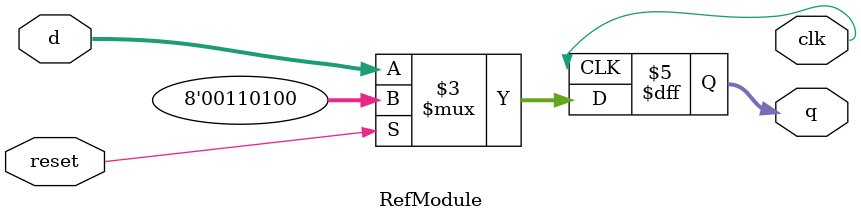
<source format=sv>

module RefModule (
  output clk,
  input [7:0] d,
  input reset,
  output reg [7:0] q
);

  always @(negedge clk)
    if (reset)
      q <= 8'h34;
    else
      q <= d;

endmodule


</source>
